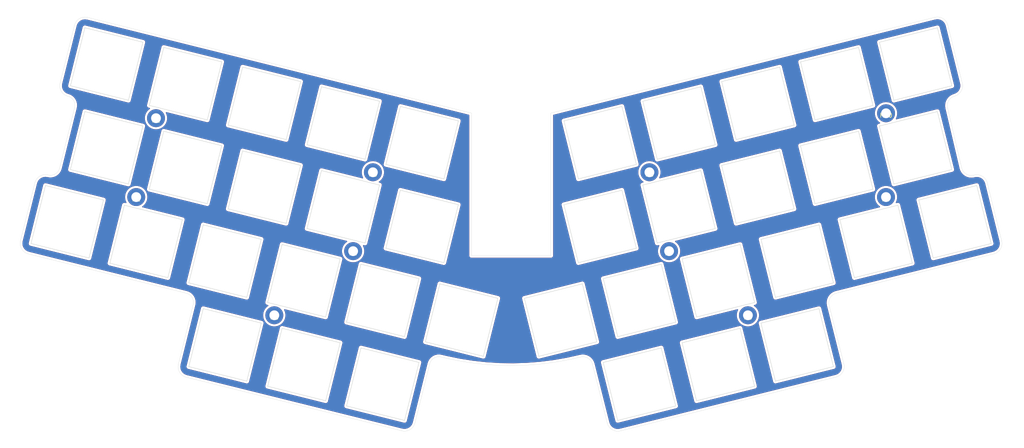
<source format=kicad_pcb>
(kicad_pcb (version 20171130) (host pcbnew 5.1.9)
  (layers (0 F.Cu signal) (31 B.Cu signal) (34 B.Paste user) (35 F.Paste user) (36 B.SilkS user) (37 F.SilkS user) (38 B.Mask user) (39 F.Mask user) (44 Edge.Cuts user))
  (net 0 "")
  (module footprints:hole-switch (layer F.Cu) (at 192.619466 39.217222 14)
    (fp_text reference switch8 hide)
    (fp_text value switch hide)
    (fp_line (start -7 7) (end -7 -7) (layer Edge.Cuts) (width 0.1))
    (fp_line (start 7 7) (end -7 7) (layer Edge.Cuts) (width 0.1))
    (fp_line (start 7 -7) (end 7 7) (layer Edge.Cuts) (width 0.1))
    (fp_line (start -7 -7) (end 7 -7) (layer Edge.Cuts) (width 0.1))
  )
  (module footprints:hole-switch (layer F.Cu) (at 174.135333 43.825835 14)
    (fp_text reference switch7 hide)
    (fp_text value switch hide)
    (fp_line (start -7 7) (end -7 -7) (layer Edge.Cuts) (width 0.1))
    (fp_line (start 7 7) (end -7 7) (layer Edge.Cuts) (width 0.1))
    (fp_line (start 7 -7) (end 7 7) (layer Edge.Cuts) (width 0.1))
    (fp_line (start -7 -7) (end 7 -7) (layer Edge.Cuts) (width 0.1))
  )
  (module footprints:hole-m2 (layer F.Cu) (at 222.6499 41.5463)
    (fp_text reference H10 (at 0 0.5) (layer F.SilkS))
    (fp_text value MountingHole)
    (pad "" thru_hole circle (at 0 0) (size 4.2 4.2) (drill 2.3) (layers *.Cu *.Mask))
  )
  (module footprints:hole-m2 (layer F.Cu) (at 222.6374 61.1826)
    (fp_text reference H9 (at 0 0.5) (layer F.SilkS))
    (fp_text value MountingHole)
    (pad "" thru_hole circle (at 0 0) (size 4.2 4.2) (drill 2.3) (layers *.Cu *.Mask))
  )
  (module footprints:hole-m2 (layer F.Cu) (at 167.1975 55.3722)
    (fp_text reference H8 (at 0 0.5) (layer F.SilkS))
    (fp_text value MountingHole)
    (pad "" thru_hole circle (at 0 0) (size 4.2 4.2) (drill 2.3) (layers *.Cu *.Mask))
  )
  (module footprints:hole-m2 (layer F.Cu) (at 171.8061 73.8563)
    (fp_text reference H7 (at 0 0.5) (layer F.SilkS))
    (fp_text value MountingHole)
    (pad "" thru_hole circle (at 0 0) (size 4.2 4.2) (drill 2.3) (layers *.Cu *.Mask))
  )
  (module footprints:hole-m2 (layer F.Cu) (at 190.2777 88.8839)
    (fp_text reference H6 (at 0 0.5) (layer F.SilkS))
    (fp_text value MountingHole)
    (pad "" thru_hole circle (at 0 0) (size 4.2 4.2) (drill 2.3) (layers *.Cu *.Mask))
  )
  (module footprints:hole-m2 (layer F.Cu) (at 79.2848 88.8838)
    (fp_text reference H5 (at 0 0.5) (layer F.SilkS))
    (fp_text value MountingHole)
    (pad "" thru_hole circle (at 0 0) (size 4.2 4.2) (drill 2.3) (layers *.Cu *.Mask))
  )
  (module footprints:hole-m2 (layer F.Cu) (at 97.7566 73.8562)
    (fp_text reference H4 (at 0 0.5) (layer F.SilkS))
    (fp_text value MountingHole)
    (pad "" thru_hole circle (at 0 0) (size 4.2 4.2) (drill 2.3) (layers *.Cu *.Mask))
  )
  (module footprints:hole-m2 (layer F.Cu) (at 102.3901 55.3722)
    (fp_text reference H3 (at 0 0.5) (layer F.SilkS))
    (fp_text value MountingHole)
    (pad "" thru_hole circle (at 0 0) (size 4.2 4.2) (drill 2.3) (layers *.Cu *.Mask))
  )
  (module footprints:hole-m2 (layer F.Cu) (at 46.9252 61.1825)
    (fp_text reference H2 (at 0 0.5) (layer F.SilkS))
    (fp_text value MountingHole)
    (pad "" thru_hole circle (at 0 0) (size 4.2 4.2) (drill 2.3) (layers *.Cu *.Mask))
  )
  (module footprints:hole-m2 (layer F.Cu) (at 51.5587 42.6985)
    (fp_text reference H1 (at 0 0.5) (layer F.SilkS))
    (fp_text value MountingHole)
    (pad "" thru_hole circle (at 0 0) (size 4.2 4.2) (drill 2.3) (layers *.Cu *.Mask))
  )
  (module footprints:hole-switch (layer F.Cu) (at 113.924032 68.070648 346)
    (fp_text reference switch15 hide)
    (fp_text value switch hide)
    (fp_line (start -7 7) (end -7 -7) (layer Edge.Cuts) (width 0.1))
    (fp_line (start 7 7) (end -7 7) (layer Edge.Cuts) (width 0.1))
    (fp_line (start 7 -7) (end 7 7) (layer Edge.Cuts) (width 0.1))
    (fp_line (start -7 -7) (end 7 -7) (layer Edge.Cuts) (width 0.1))
  )
  (module footprints:hole-switch (layer F.Cu) (at 146.384166 90.011212 14)
    (fp_text reference switch40 hide)
    (fp_text value switch hide)
    (fp_line (start -7 7) (end -7 -7) (layer Edge.Cuts) (width 0.1))
    (fp_line (start 7 7) (end -7 7) (layer Edge.Cuts) (width 0.1))
    (fp_line (start 7 -7) (end 7 7) (layer Edge.Cuts) (width 0.1))
    (fp_line (start -7 -7) (end 7 -7) (layer Edge.Cuts) (width 0.1))
  )
  (module footprints:hole-switch (layer F.Cu) (at 123.178465 90.01116 346)
    (fp_text reference switch39 hide)
    (fp_text value switch hide)
    (fp_line (start -7 7) (end -7 -7) (layer Edge.Cuts) (width 0.1))
    (fp_line (start 7 7) (end -7 7) (layer Edge.Cuts) (width 0.1))
    (fp_line (start 7 -7) (end 7 7) (layer Edge.Cuts) (width 0.1))
    (fp_line (start -7 -7) (end 7 -7) (layer Edge.Cuts) (width 0.1))
  )
  (module footprints:hole-switch (layer F.Cu) (at 201.824066 95.821674 14)
    (fp_text reference switch36 hide)
    (fp_text value switch hide)
    (fp_line (start -7 7) (end -7 -7) (layer Edge.Cuts) (width 0.1))
    (fp_line (start 7 7) (end -7 7) (layer Edge.Cuts) (width 0.1))
    (fp_line (start 7 -7) (end 7 7) (layer Edge.Cuts) (width 0.1))
    (fp_line (start -7 -7) (end 7 -7) (layer Edge.Cuts) (width 0.1))
  )
  (module footprints:hole-switch (layer F.Cu) (at 183.339933 100.430287 14)
    (fp_text reference switch35 hide)
    (fp_text value switch hide)
    (fp_line (start -7 7) (end -7 -7) (layer Edge.Cuts) (width 0.1))
    (fp_line (start 7 7) (end -7 7) (layer Edge.Cuts) (width 0.1))
    (fp_line (start 7 -7) (end 7 7) (layer Edge.Cuts) (width 0.1))
    (fp_line (start -7 -7) (end 7 -7) (layer Edge.Cuts) (width 0.1))
  )
  (module footprints:hole-switch (layer F.Cu) (at 164.8558 105.0389 14)
    (fp_text reference switch34 hide)
    (fp_text value switch hide)
    (fp_line (start -7 7) (end -7 -7) (layer Edge.Cuts) (width 0.1))
    (fp_line (start 7 7) (end -7 7) (layer Edge.Cuts) (width 0.1))
    (fp_line (start 7 -7) (end 7 7) (layer Edge.Cuts) (width 0.1))
    (fp_line (start -7 -7) (end 7 -7) (layer Edge.Cuts) (width 0.1))
  )
  (module footprints:hole-switch (layer F.Cu) (at 104.706666 105.038824 346)
    (fp_text reference switch33 hide)
    (fp_text value switch hide)
    (fp_line (start -7 7) (end -7 -7) (layer Edge.Cuts) (width 0.1))
    (fp_line (start 7 7) (end -7 7) (layer Edge.Cuts) (width 0.1))
    (fp_line (start 7 -7) (end 7 7) (layer Edge.Cuts) (width 0.1))
    (fp_line (start -7 -7) (end 7 -7) (layer Edge.Cuts) (width 0.1))
  )
  (module footprints:hole-switch (layer F.Cu) (at 86.222533 100.430212 346)
    (fp_text reference switch32 hide)
    (fp_text value switch hide)
    (fp_line (start -7 7) (end -7 -7) (layer Edge.Cuts) (width 0.1))
    (fp_line (start 7 7) (end -7 7) (layer Edge.Cuts) (width 0.1))
    (fp_line (start 7 -7) (end 7 7) (layer Edge.Cuts) (width 0.1))
    (fp_line (start -7 -7) (end 7 -7) (layer Edge.Cuts) (width 0.1))
  )
  (module footprints:hole-switch (layer F.Cu) (at 67.7384 95.8216 346)
    (fp_text reference switch31 hide)
    (fp_text value switch hide)
    (fp_line (start -7 7) (end -7 -7) (layer Edge.Cuts) (width 0.1))
    (fp_line (start 7 7) (end -7 7) (layer Edge.Cuts) (width 0.1))
    (fp_line (start 7 -7) (end 7 7) (layer Edge.Cuts) (width 0.1))
    (fp_line (start -7 -7) (end 7 -7) (layer Edge.Cuts) (width 0.1))
  )
  (module footprints:hole-switch (layer F.Cu) (at 238.804832 66.968148 14)
    (fp_text reference switch30 hide)
    (fp_text value switch hide)
    (fp_line (start -7 7) (end -7 -7) (layer Edge.Cuts) (width 0.1))
    (fp_line (start 7 7) (end -7 7) (layer Edge.Cuts) (width 0.1))
    (fp_line (start 7 -7) (end 7 7) (layer Edge.Cuts) (width 0.1))
    (fp_line (start -7 -7) (end 7 -7) (layer Edge.Cuts) (width 0.1))
  )
  (module footprints:hole-switch (layer F.Cu) (at 220.320699 71.576761 14)
    (fp_text reference switch29 hide)
    (fp_text value switch hide)
    (fp_line (start -7 7) (end -7 -7) (layer Edge.Cuts) (width 0.1))
    (fp_line (start 7 7) (end -7 7) (layer Edge.Cuts) (width 0.1))
    (fp_line (start 7 -7) (end 7 7) (layer Edge.Cuts) (width 0.1))
    (fp_line (start -7 -7) (end 7 -7) (layer Edge.Cuts) (width 0.1))
  )
  (module footprints:hole-switch (layer F.Cu) (at 201.836566 76.185374 14)
    (fp_text reference switch28 hide)
    (fp_text value switch hide)
    (fp_line (start -7 7) (end -7 -7) (layer Edge.Cuts) (width 0.1))
    (fp_line (start 7 7) (end -7 7) (layer Edge.Cuts) (width 0.1))
    (fp_line (start 7 -7) (end 7 7) (layer Edge.Cuts) (width 0.1))
    (fp_line (start -7 -7) (end 7 -7) (layer Edge.Cuts) (width 0.1))
  )
  (module footprints:hole-switch (layer F.Cu) (at 183.352433 80.793987 14)
    (fp_text reference switch27 hide)
    (fp_text value switch hide)
    (fp_line (start -7 7) (end -7 -7) (layer Edge.Cuts) (width 0.1))
    (fp_line (start 7 7) (end -7 7) (layer Edge.Cuts) (width 0.1))
    (fp_line (start 7 -7) (end 7 7) (layer Edge.Cuts) (width 0.1))
    (fp_line (start -7 -7) (end 7 -7) (layer Edge.Cuts) (width 0.1))
  )
  (module footprints:hole-switch (layer F.Cu) (at 164.8683 85.4026 14)
    (fp_text reference switch26 hide)
    (fp_text value switch hide)
    (fp_line (start -7 7) (end -7 -7) (layer Edge.Cuts) (width 0.1))
    (fp_line (start 7 7) (end -7 7) (layer Edge.Cuts) (width 0.1))
    (fp_line (start 7 -7) (end 7 7) (layer Edge.Cuts) (width 0.1))
    (fp_line (start -7 -7) (end 7 -7) (layer Edge.Cuts) (width 0.1))
  )
  (module footprints:hole-switch (layer F.Cu) (at 104.694332 85.402548 346)
    (fp_text reference switch25 hide)
    (fp_text value switch hide)
    (fp_line (start -7 7) (end -7 -7) (layer Edge.Cuts) (width 0.1))
    (fp_line (start 7 7) (end -7 7) (layer Edge.Cuts) (width 0.1))
    (fp_line (start 7 -7) (end 7 7) (layer Edge.Cuts) (width 0.1))
    (fp_line (start -7 -7) (end 7 -7) (layer Edge.Cuts) (width 0.1))
  )
  (module footprints:hole-switch (layer F.Cu) (at 86.210199 80.793936 346)
    (fp_text reference switch24 hide)
    (fp_text value switch hide)
    (fp_line (start -7 7) (end -7 -7) (layer Edge.Cuts) (width 0.1))
    (fp_line (start 7 7) (end -7 7) (layer Edge.Cuts) (width 0.1))
    (fp_line (start 7 -7) (end 7 7) (layer Edge.Cuts) (width 0.1))
    (fp_line (start -7 -7) (end 7 -7) (layer Edge.Cuts) (width 0.1))
  )
  (module footprints:hole-switch (layer F.Cu) (at 67.726066 76.185324 346)
    (fp_text reference switch23 hide)
    (fp_text value switch hide)
    (fp_line (start -7 7) (end -7 -7) (layer Edge.Cuts) (width 0.1))
    (fp_line (start 7 7) (end -7 7) (layer Edge.Cuts) (width 0.1))
    (fp_line (start 7 -7) (end 7 7) (layer Edge.Cuts) (width 0.1))
    (fp_line (start -7 -7) (end 7 -7) (layer Edge.Cuts) (width 0.1))
  )
  (module footprints:hole-switch (layer F.Cu) (at 49.241933 71.576712 346)
    (fp_text reference switch22 hide)
    (fp_text value switch hide)
    (fp_line (start -7 7) (end -7 -7) (layer Edge.Cuts) (width 0.1))
    (fp_line (start 7 7) (end -7 7) (layer Edge.Cuts) (width 0.1))
    (fp_line (start 7 -7) (end 7 7) (layer Edge.Cuts) (width 0.1))
    (fp_line (start -7 -7) (end 7 -7) (layer Edge.Cuts) (width 0.1))
  )
  (module footprints:hole-switch (layer F.Cu) (at 30.7578 66.9681 346)
    (fp_text reference switch21 hide)
    (fp_text value switch hide)
    (fp_line (start -7 7) (end -7 -7) (layer Edge.Cuts) (width 0.1))
    (fp_line (start 7 7) (end -7 7) (layer Edge.Cuts) (width 0.1))
    (fp_line (start 7 -7) (end 7 7) (layer Edge.Cuts) (width 0.1))
    (fp_line (start -7 -7) (end 7 -7) (layer Edge.Cuts) (width 0.1))
  )
  (module footprints:hole-switch (layer F.Cu) (at 229.575232 49.636248 14)
    (fp_text reference switch20 hide)
    (fp_text value switch hide)
    (fp_line (start -7 7) (end -7 -7) (layer Edge.Cuts) (width 0.1))
    (fp_line (start 7 7) (end -7 7) (layer Edge.Cuts) (width 0.1))
    (fp_line (start 7 -7) (end 7 7) (layer Edge.Cuts) (width 0.1))
    (fp_line (start -7 -7) (end 7 -7) (layer Edge.Cuts) (width 0.1))
  )
  (module footprints:hole-switch (layer F.Cu) (at 211.091099 54.244861 14)
    (fp_text reference switch19 hide)
    (fp_text value switch hide)
    (fp_line (start -7 7) (end -7 -7) (layer Edge.Cuts) (width 0.1))
    (fp_line (start 7 7) (end -7 7) (layer Edge.Cuts) (width 0.1))
    (fp_line (start 7 -7) (end 7 7) (layer Edge.Cuts) (width 0.1))
    (fp_line (start -7 -7) (end 7 -7) (layer Edge.Cuts) (width 0.1))
  )
  (module footprints:hole-switch (layer F.Cu) (at 192.606966 58.853474 14)
    (fp_text reference switch18 hide)
    (fp_text value switch hide)
    (fp_line (start -7 7) (end -7 -7) (layer Edge.Cuts) (width 0.1))
    (fp_line (start 7 7) (end -7 7) (layer Edge.Cuts) (width 0.1))
    (fp_line (start 7 -7) (end 7 7) (layer Edge.Cuts) (width 0.1))
    (fp_line (start -7 -7) (end 7 -7) (layer Edge.Cuts) (width 0.1))
  )
  (module footprints:hole-switch (layer F.Cu) (at 174.122833 63.462087 14)
    (fp_text reference switch17 hide)
    (fp_text value switch hide)
    (fp_line (start -7 7) (end -7 -7) (layer Edge.Cuts) (width 0.1))
    (fp_line (start 7 7) (end -7 7) (layer Edge.Cuts) (width 0.1))
    (fp_line (start 7 -7) (end 7 7) (layer Edge.Cuts) (width 0.1))
    (fp_line (start -7 -7) (end 7 -7) (layer Edge.Cuts) (width 0.1))
  )
  (module footprints:hole-switch (layer F.Cu) (at 155.6387 68.0707 14)
    (fp_text reference switch16 hide)
    (fp_text value switch hide)
    (fp_line (start -7 7) (end -7 -7) (layer Edge.Cuts) (width 0.1))
    (fp_line (start 7 7) (end -7 7) (layer Edge.Cuts) (width 0.1))
    (fp_line (start 7 -7) (end 7 7) (layer Edge.Cuts) (width 0.1))
    (fp_line (start -7 -7) (end 7 -7) (layer Edge.Cuts) (width 0.1))
  )
  (module footprints:hole-switch (layer F.Cu) (at 95.439899 63.462036 346)
    (fp_text reference switch14 hide)
    (fp_text value switch hide)
    (fp_line (start -7 7) (end -7 -7) (layer Edge.Cuts) (width 0.1))
    (fp_line (start 7 7) (end -7 7) (layer Edge.Cuts) (width 0.1))
    (fp_line (start 7 -7) (end 7 7) (layer Edge.Cuts) (width 0.1))
    (fp_line (start -7 -7) (end 7 -7) (layer Edge.Cuts) (width 0.1))
  )
  (module footprints:hole-switch (layer F.Cu) (at 76.955766 58.853424 346)
    (fp_text reference switch13 hide)
    (fp_text value switch hide)
    (fp_line (start -7 7) (end -7 -7) (layer Edge.Cuts) (width 0.1))
    (fp_line (start 7 7) (end -7 7) (layer Edge.Cuts) (width 0.1))
    (fp_line (start 7 -7) (end 7 7) (layer Edge.Cuts) (width 0.1))
    (fp_line (start -7 -7) (end 7 -7) (layer Edge.Cuts) (width 0.1))
  )
  (module footprints:hole-switch (layer F.Cu) (at 58.471633 54.244812 346)
    (fp_text reference switch12 hide)
    (fp_text value switch hide)
    (fp_line (start -7 7) (end -7 -7) (layer Edge.Cuts) (width 0.1))
    (fp_line (start 7 7) (end -7 7) (layer Edge.Cuts) (width 0.1))
    (fp_line (start 7 -7) (end 7 7) (layer Edge.Cuts) (width 0.1))
    (fp_line (start -7 -7) (end 7 -7) (layer Edge.Cuts) (width 0.1))
  )
  (module footprints:hole-switch (layer F.Cu) (at 39.9875 49.6362 346)
    (fp_text reference switch11 hide)
    (fp_text value switch hide)
    (fp_line (start -7 7) (end -7 -7) (layer Edge.Cuts) (width 0.1))
    (fp_line (start 7 7) (end -7 7) (layer Edge.Cuts) (width 0.1))
    (fp_line (start 7 -7) (end 7 7) (layer Edge.Cuts) (width 0.1))
    (fp_line (start -7 -7) (end 7 -7) (layer Edge.Cuts) (width 0.1))
  )
  (module footprints:hole-switch (layer F.Cu) (at 229.587732 29.999996 14)
    (fp_text reference switch10 hide)
    (fp_text value switch hide)
    (fp_line (start -7 7) (end -7 -7) (layer Edge.Cuts) (width 0.1))
    (fp_line (start 7 7) (end -7 7) (layer Edge.Cuts) (width 0.1))
    (fp_line (start 7 -7) (end 7 7) (layer Edge.Cuts) (width 0.1))
    (fp_line (start -7 -7) (end 7 -7) (layer Edge.Cuts) (width 0.1))
  )
  (module footprints:hole-switch (layer F.Cu) (at 211.103599 34.608609 14)
    (fp_text reference switch9 hide)
    (fp_text value switch hide)
    (fp_line (start -7 7) (end -7 -7) (layer Edge.Cuts) (width 0.1))
    (fp_line (start 7 7) (end -7 7) (layer Edge.Cuts) (width 0.1))
    (fp_line (start 7 -7) (end 7 7) (layer Edge.Cuts) (width 0.1))
    (fp_line (start -7 -7) (end 7 -7) (layer Edge.Cuts) (width 0.1))
  )
  (module footprints:hole-switch (layer F.Cu) (at 155.6512 48.434448 14)
    (fp_text reference switch6 hide)
    (fp_text value switch hide)
    (fp_line (start -7 7) (end -7 -7) (layer Edge.Cuts) (width 0.1))
    (fp_line (start 7 7) (end -7 7) (layer Edge.Cuts) (width 0.1))
    (fp_line (start 7 -7) (end 7 7) (layer Edge.Cuts) (width 0.1))
    (fp_line (start -7 -7) (end 7 -7) (layer Edge.Cuts) (width 0.1))
  )
  (module footprints:hole-switch (layer F.Cu) (at 113.936532 48.434448 346)
    (fp_text reference switch5 hide)
    (fp_text value switch hide)
    (fp_line (start -7 7) (end -7 -7) (layer Edge.Cuts) (width 0.1))
    (fp_line (start 7 7) (end -7 7) (layer Edge.Cuts) (width 0.1))
    (fp_line (start 7 -7) (end 7 7) (layer Edge.Cuts) (width 0.1))
    (fp_line (start -7 -7) (end 7 -7) (layer Edge.Cuts) (width 0.1))
  )
  (module footprints:hole-switch (layer F.Cu) (at 95.452399 43.825836 346)
    (fp_text reference switch4 hide)
    (fp_text value switch hide)
    (fp_line (start -7 7) (end -7 -7) (layer Edge.Cuts) (width 0.1))
    (fp_line (start 7 7) (end -7 7) (layer Edge.Cuts) (width 0.1))
    (fp_line (start 7 -7) (end 7 7) (layer Edge.Cuts) (width 0.1))
    (fp_line (start -7 -7) (end 7 -7) (layer Edge.Cuts) (width 0.1))
  )
  (module footprints:hole-switch (layer F.Cu) (at 76.968266 39.217224 346)
    (fp_text reference switch3 hide)
    (fp_text value switch hide)
    (fp_line (start -7 7) (end -7 -7) (layer Edge.Cuts) (width 0.1))
    (fp_line (start 7 7) (end -7 7) (layer Edge.Cuts) (width 0.1))
    (fp_line (start 7 -7) (end 7 7) (layer Edge.Cuts) (width 0.1))
    (fp_line (start -7 -7) (end 7 -7) (layer Edge.Cuts) (width 0.1))
  )
  (module footprints:hole-switch (layer F.Cu) (at 58.484133 34.608612 346)
    (fp_text reference switch2 hide)
    (fp_text value switch hide)
    (fp_line (start -7 7) (end -7 -7) (layer Edge.Cuts) (width 0.1))
    (fp_line (start 7 7) (end -7 7) (layer Edge.Cuts) (width 0.1))
    (fp_line (start 7 -7) (end 7 7) (layer Edge.Cuts) (width 0.1))
    (fp_line (start -7 -7) (end 7 -7) (layer Edge.Cuts) (width 0.1))
  )
  (module footprints:hole-switch (layer F.Cu) (at 40 30 346)
    (fp_text reference switch1 hide)
    (fp_text value switch hide)
    (fp_line (start -7 7) (end -7 -7) (layer Edge.Cuts) (width 0.1))
    (fp_line (start 7 7) (end -7 7) (layer Edge.Cuts) (width 0.1))
    (fp_line (start 7 -7) (end 7 7) (layer Edge.Cuts) (width 0.1))
    (fp_line (start -7 -7) (end 7 -7) (layer Edge.Cuts) (width 0.1))
  )
  (gr_line (start 144.100004 74.8792) (end 144.100004 41.50215) (layer Edge.Cuts) (width 0.05))
  (gr_line (start 125.5014 74.8792) (end 144.100004 74.8792) (layer Edge.Cuts) (width 0.05))
  (gr_line (start 125.5014 41.5036) (end 125.5014 74.8792) (layer Edge.Cuts) (width 0.05))
  (gr_arc (start 134.7343 33.1216) (end 118.414801 98.666299) (angle -27.91856306) (layer Edge.Cuts) (width 0.05))
  (gr_arc (start 151.589752 100.922897) (end 153.837652 100.351397) (angle -90.38278258) (layer Edge.Cuts) (width 0.05))
  (gr_arc (start 159.765999 113.525301) (end 157.3276 114.2238) (angle -90) (layer Edge.Cuts) (width 0.05))
  (gr_arc (start 210.312001 100.914199) (end 211.0105 103.352598) (angle -90) (layer Edge.Cuts) (width 0.05))
  (gr_arc (start 117.856 100.799898) (end 118.4148 98.6663) (angle -90) (layer Edge.Cuts) (width 0.05))
  (gr_arc (start 211.565432 85.963995) (end 210.993932 83.716095) (angle -90.38278258) (layer Edge.Cuts) (width 0.05))
  (gr_arc (start 242.643895 53.801068) (end 240.395995 54.372568) (angle -90.38278258) (layer Edge.Cuts) (width 0.05))
  (gr_arc (start 239.3315 39.7637) (end 238.76 37.5158) (angle -90.38278258) (layer Edge.Cuts) (width 0.05))
  (gr_arc (start 247.294401 72.047099) (end 247.9929 74.485498) (angle -90) (layer Edge.Cuts) (width 0.05))
  (gr_arc (start 243.928899 58.483499) (end 246.367298 57.785) (angle -90) (layer Edge.Cuts) (width 0.05))
  (gr_arc (start 238.061501 35.077401) (end 238.76 37.5158) (angle -90) (layer Edge.Cuts) (width 0.05))
  (gr_arc (start 234.6833 21.5138) (end 237.121699 20.815301) (angle -90) (layer Edge.Cuts) (width 0.05))
  (gr_arc (start 109.791499 113.499901) (end 109.1692 115.963702) (angle -90) (layer Edge.Cuts) (width 0.05))
  (gr_arc (start 59.270901 100.952299) (end 56.8071 100.33) (angle -90) (layer Edge.Cuts) (width 0.05))
  (gr_arc (start 58.1279 85.864698) (end 60.261498 86.423498) (angle -90) (layer Edge.Cuts) (width 0.05))
  (gr_arc (start 22.263101 72.047099) (end 19.7993 71.4248) (angle -90) (layer Edge.Cuts) (width 0.05))
  (gr_arc (start 25.6413 58.4581) (end 26.263599 55.994299) (angle -90) (layer Edge.Cuts) (width 0.05))
  (gr_arc (start 26.8224 53.8607) (end 26.2636 55.994298) (angle -90) (layer Edge.Cuts) (width 0.05))
  (gr_arc (start 30.340301 39.674797) (end 32.473899 40.233597) (angle -90) (layer Edge.Cuts) (width 0.05))
  (gr_arc (start 31.5087 35.1028) (end 29.070301 34.493201) (angle -90) (layer Edge.Cuts) (width 0.05))
  (gr_arc (start 34.9123 21.5265) (end 35.521899 19.075401) (angle -90) (layer Edge.Cuts) (width 0.05))
  (gr_line (start 153.837652 100.351397) (end 157.3276 114.2238) (layer Edge.Cuts) (width 0.05))
  (gr_line (start 112.2553 114.1222) (end 115.722402 100.241098) (layer Edge.Cuts) (width 0.05))
  (gr_line (start 32.473899 40.233597) (end 28.955998 54.4195) (layer Edge.Cuts) (width 0.05))
  (gr_line (start 240.395995 54.372568) (end 237.087468 40.350205) (layer Edge.Cuts) (width 0.05))
  (gr_line (start 246.367298 57.785) (end 249.7328 71.3486) (layer Edge.Cuts) (width 0.05))
  (gr_line (start 29.070301 34.493201) (end 32.461201 20.916901) (layer Edge.Cuts) (width 0.05))
  (gr_line (start 19.7993 71.4248) (end 23.177499 57.835801) (layer Edge.Cuts) (width 0.05))
  (gr_line (start 58.6867 83.7311) (end 21.640802 74.5109) (layer Edge.Cuts) (width 0.05))
  (gr_line (start 56.8071 100.33) (end 60.261498 86.423498) (layer Edge.Cuts) (width 0.05))
  (gr_line (start 109.1692 115.963702) (end 58.648602 103.4161) (layer Edge.Cuts) (width 0.05))
  (gr_line (start 211.0105 103.352598) (end 160.464498 115.9637) (layer Edge.Cuts) (width 0.05))
  (gr_line (start 209.3214 86.5505) (end 212.7504 100.2157) (layer Edge.Cuts) (width 0.05))
  (gr_line (start 247.9929 74.485498) (end 210.993932 83.716095) (layer Edge.Cuts) (width 0.05))
  (gr_line (start 237.121699 20.815301) (end 240.4999 34.378902) (layer Edge.Cuts) (width 0.05))
  (gr_line (start 144.100004 41.50215) (end 233.984801 19.075401) (layer Edge.Cuts) (width 0.05))
  (gr_line (start 35.521899 19.075401) (end 125.5014 41.5036) (layer Edge.Cuts) (width 0.05))
  (zone (net 0) (net_name "") (layer F.Cu) (connect_pads (clearance 0.508)) (min_thickness 0.254) (fill yes (arc_segments 32) (thermal_gap 0.508) (thermal_bridge_width 0.508))
    (polygon (pts (xy 255 120) (xy 15 120) (xy 15 15) (xy 255 15)))
  )
  (zone (net 0) (net_name "") (layer B.Cu) (connect_pads (clearance 0.508)) (min_thickness 0.254) (fill yes (arc_segments 32) (thermal_gap 0.508) (thermal_bridge_width 0.508))
    (polygon (pts (xy 255 120) (xy 15 120) (xy 15 15) (xy 255 15)))
  )
)
</source>
